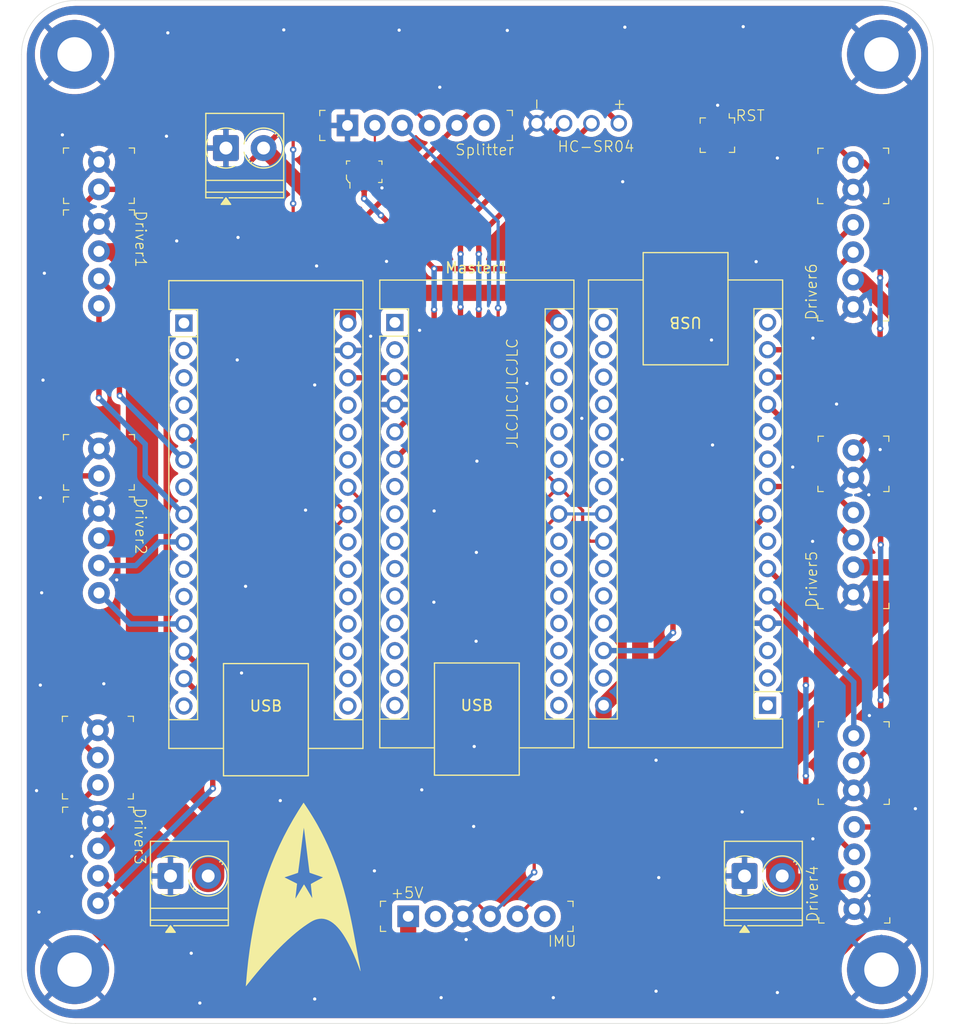
<source format=kicad_pcb>
(kicad_pcb (version 20241229) (generator "pcbnew") (generator_version "9.0")
  (title_block (title "Star Trekker Main Board") (date "2025-04-13") (rev "v1.0") (company "EPFL Xplore"))
  (layers (0 "F.Cu" signal) (2 "B.Cu" signal) (13 "F.Paste" user) (15 "B.Paste" user) (5 "F.SilkS" user "F.Silkscreen") (7 "B.SilkS" user "B.Silkscreen") (1 "F.Mask" user) (3 "B.Mask" user) (25 "Edge.Cuts" user))
  (net 0 "")
  (net 1 "SDA")
  (net 2 "+5V")
  (net 3 "reset")
  (net 4 "GND")
  (net 5 "SCL")
  (net 6 "n1D2")
  (net 7 "n2D2")
  (net 8 "+12V")
  (net 11 "Net-(U2-Y)")
  (net 13 "+12.1V")
  (net 14 "Net-(Slave2-D11)")
  (net 15 "Net-(Slave2-D10)")
  (net 16 "Net-(Slave2-D6)")
  (net 17 "Net-(Slave2-D9)")
  (net 18 "Net-(Slave2-D3)")
  (net 19 "Net-(Slave2-D5)")
  (net 23 "Net-(Master1-D2)")
  (net 24 "Net-(Master1-D3)")
  (net 49 "Net-(Slave1-D3)")
  (net 50 "Net-(Slave1-D5)")
  (net 51 "Net-(Slave1-D6)")
  (net 52 "Net-(Slave1-D9)")
  (net 53 "Net-(Slave1-D11)")
  (net 54 "Net-(Slave1-D10)")
  (footprint "digikey-footprints:my_6pin_2_frown" (layer "F.Cu") (at 148.72 118.345)
    (property "Reference" "J3" (hide yes))
    (property "Value" "BNO-055 Module")
    (pad "1" thru_hole rect (at -6.28 1.2) (size 2 2) (drill 1) (layers "*.Cu" "*.Mask") (net 2 "+5V"))
    (pad "2" thru_hole circle (at -3.74 1.2) (size 2 2) (drill 1) (layers "*.Cu" "*.Mask"))
    (pad "3" thru_hole circle (at -1.2 1.2) (size 2 2) (drill 1) (layers "*.Cu" "*.Mask") (net 4 "GND"))
    (pad "4" thru_hole circle (at 1.34 1.2) (size 2 2) (drill 1) (layers "*.Cu" "*.Mask") (net 1 "SDA"))
    (pad "5" thru_hole circle (at 3.88 1.2) (size 2 2) (drill 1) (layers "*.Cu" "*.Mask") (net 5 "SCL"))
    (pad "6" thru_hole circle (at 6.42 1.2) (size 2 2) (drill 1) (layers "*.Cu" "*.Mask"))
  )
  (footprint "digikey-footprints:PinHeader_1x4_P2.54mm_Drill1.02mm" (layer "F.Cu") (at 183.9 118.87 90)
    (property "Reference" "J15" (hide yes))
    (property "Value" "DRV8871 Driver")
    (pad "1" thru_hole circle (at 0 0 90) (size 2.02 2.02) (drill 1.02) (layers "*.Cu" "*.Mask") (net 4 "GND"))
    (pad "2" thru_hole circle (at 2.54 0 90) (size 2.02 2.02) (drill 1.02) (layers "*.Cu" "*.Mask") (net 8 "+12V"))
    (pad "3" thru_hole circle (at 5.08 0 90) (size 2.02 2.02) (drill 1.02) (layers "*.Cu" "*.Mask") (net 18 "Net-(Slave2-D3)"))
    (pad "4" thru_hole circle (at 7.62 0 90) (size 2.02 2.02) (drill 1.02) (layers "*.Cu" "*.Mask") (net 19 "Net-(Slave2-D5)"))
  )
  (footprint "digikey-footprints:PinHeader_1x2_P2.54mm_Drill1.02mm" (layer "F.Cu") (at 183.82 78.8 90)
    (property "Reference" "J19" (hide yes))
    (property "Value" "22-23-2021")
    (pad "1" thru_hole circle (at 0 0 90) (size 2.02 2.02) (drill 1.02) (layers "*.Cu" "*.Mask") (net 4 "GND"))
    (pad "2" thru_hole circle (at 2.54 0 90) (size 2.02 2.02) (drill 1.02) (layers "*.Cu" "*.Mask") (net 2 "+5V"))
  )
  (footprint "digikey-footprints:SOT-753" (layer "F.Cu") (at 138.35 50.4)
    (property "Reference" "U2" (hide yes))
    (property "Value" "SN74LVC1G04DBVR")
    (pad "1" smd rect (at -0.95 1.35) (size 0.6 1.05) (layers "F.Cu" "F.Mask" "F.Paste"))
    (pad "2" smd rect (at 0 1.35) (size 0.6 1.05) (layers "F.Cu" "F.Mask" "F.Paste") (net 3 "reset"))
    (pad "3" smd rect (at 0.95 1.35) (size 0.6 1.05) (layers "F.Cu" "F.Mask" "F.Paste") (net 4 "GND"))
    (pad "4" smd rect (at 0.95 -1.35) (size 0.6 1.05) (layers "F.Cu" "F.Mask" "F.Paste") (net 11 "Net-(U2-Y)"))
    (pad "5" smd rect (at -0.95 -1.35) (size 0.6 1.05) (layers "F.Cu" "F.Mask" "F.Paste") (net 2 "+5V"))
  )
  (footprint "digikey-footprints:PinHeader_1x2_P2.54mm_Drill1.02mm" (layer "F.Cu") (at 113.7 76.105 -90)
    (property "Reference" "J2" (hide yes))
    (property "Value" "22-23-2021")
    (pad "1" thru_hole circle (at 0 0 270) (size 2.02 2.02) (drill 1.02) (layers "*.Cu" "*.Mask") (net 4 "GND"))
    (pad "2" thru_hole circle (at 2.54 0 270) (size 2.02 2.02) (drill 1.02) (layers "*.Cu" "*.Mask") (net 2 "+5V"))
  )
  (footprint "TerminalBlock_Phoenix:TerminalBlock_Phoenix_PT-1,5-2-3.5-H_1x02_P3.50mm_Horizontal" (layer "F.Cu") (at 173.7 115.8)
    (property "Reference" "J11" (hide yes))
    (property "Value" "12V in")
    (pad "1" thru_hole roundrect (at 0 0) (size 2.4 2.4) (drill 1.2) (layers "*.Cu" "*.Mask") (roundrect_rratio 0.104167) (net 4 "GND"))
    (pad "2" thru_hole circle (at 3.5 0) (size 2.4 2.4) (drill 1.2) (layers "*.Cu" "*.Mask") (net 8 "+12V"))
  )
  (footprint "digikey-footprints:PinHeader_1x4_P2.54mm_Drill1.02mm" (layer "F.Cu") (at 183.82 89.67 90)
    (property "Reference" "J16" (hide yes))
    (property "Value" "DRV8871 Driver")
    (pad "1" thru_hole circle (at 0 0 90) (size 2.02 2.02) (drill 1.02) (layers "*.Cu" "*.Mask") (net 4 "GND"))
    (pad "2" thru_hole circle (at 2.54 0 90) (size 2.02 2.02) (drill 1.02) (layers "*.Cu" "*.Mask") (net 8 "+12V"))
    (pad "3" thru_hole circle (at 5.08 0 90) (size 2.02 2.02) (drill 1.02) (layers "*.Cu" "*.Mask") (net 16 "Net-(Slave2-D6)"))
    (pad "4" thru_hole circle (at 7.62 0 90) (size 2.02 2.02) (drill 1.02) (layers "*.Cu" "*.Mask") (net 17 "Net-(Slave2-D9)"))
  )
  (footprint "digikey-footprints:PinHeader_1x2_P2.54mm_Drill1.02mm" (layer "F.Cu") (at 113.7 49.495 -90)
    (property "Reference" "J10" (hide yes))
    (property "Value" "22-23-2021")
    (pad "1" thru_hole circle (at 0 0 270) (size 2.02 2.02) (drill 1.02) (layers "*.Cu" "*.Mask") (net 4 "GND"))
    (pad "2" thru_hole circle (at 2.54 0 270) (size 2.02 2.02) (drill 1.02) (layers "*.Cu" "*.Mask") (net 2 "+5V"))
  )
  (footprint "digikey-footprints:PinHeader_1x4_P2.54mm_Drill1.02mm" (layer "F.Cu") (at 183.8 62.955 90)
    (property "Reference" "J17" (hide yes))
    (property "Value" "DRV8871 Driver")
    (pad "1" thru_hole circle (at 0 0 90) (size 2.02 2.02) (drill 1.02) (layers "*.Cu" "*.Mask") (net 4 "GND"))
    (pad "2" thru_hole circle (at 2.54 0 90) (size 2.02 2.02) (drill 1.02) (layers "*.Cu" "*.Mask") (net 8 "+12V"))
    (pad "3" thru_hole circle (at 5.08 0 90) (size 2.02 2.02) (drill 1.02) (layers "*.Cu" "*.Mask") (net 15 "Net-(Slave2-D10)"))
    (pad "4" thru_hole circle (at 7.62 0 90) (size 2.02 2.02) (drill 1.02) (layers "*.Cu" "*.Mask") (net 14 "Net-(Slave2-D11)"))
  )
  (footprint "MountingHole:MountingHole_3.2mm_M3_Pad" (layer "F.Cu") (at 186.42325 124.5)
    (property "Reference" "H2" (hide yes))
    (property "Value" "MountingHole_Pad")
    (pad "1" thru_hole circle (at 0 0) (size 6.4 6.4) (drill 3.2) (layers "*.Cu" "*.Mask") (net 4 "GND"))
  )
  (footprint "digikey-footprints:PinHeader_1x4_P2.54mm_Drill1.02mm" (layer "F.Cu") (at 113.62 110.71 -90)
    (property "Reference" "J14" (hide yes))
    (property "Value" "DRV8871 Driver")
    (pad "1" thru_hole circle (at 0 0 270) (size 2.02 2.02) (drill 1.02) (layers "*.Cu" "*.Mask") (net 4 "GND"))
    (pad "2" thru_hole circle (at 2.54 0 270) (size 2.02 2.02) (drill 1.02) (layers "*.Cu" "*.Mask") (net 13 "+12.1V"))
    (pad "3" thru_hole circle (at 5.08 0 270) (size 2.02 2.02) (drill 1.02) (layers "*.Cu" "*.Mask") (net 54 "Net-(Slave1-D10)"))
    (pad "4" thru_hole circle (at 7.62 0 270) (size 2.02 2.02) (drill 1.02) (layers "*.Cu" "*.Mask") (net 53 "Net-(Slave1-D11)"))
  )
  (footprint "digikey-footprints:PinHeader_1x2_P2.54mm_Drill1.02mm" (layer "F.Cu") (at 183.8 52.06 90)
    (property "Reference" "J20" (hide yes))
    (property "Value" "22-23-2021")
    (pad "1" thru_hole circle (at 0 0 90) (size 2.02 2.02) (drill 1.02) (layers "*.Cu" "*.Mask") (net 4 "GND"))
    (pad "2" thru_hole circle (at 2.54 0 90) (size 2.02 2.02) (drill 1.02) (layers "*.Cu" "*.Mask") (net 2 "+5V"))
  )
  (footprint "TerminalBlock_Phoenix:TerminalBlock_Phoenix_PT-1,5-2-3.5-H_1x02_P3.50mm_Horizontal" (layer "F.Cu") (at 120.35 115.8)
    (property "Reference" "J1" (hide yes))
    (property "Value" "12.1V in")
    (pad "1" thru_hole roundrect (at 0 0) (size 2.4 2.4) (drill 1.2) (layers "*.Cu" "*.Mask") (roundrect_rratio 0.104167) (net 4 "GND"))
    (pad "2" thru_hole circle (at 3.5 0) (size 2.4 2.4) (drill 1.2) (layers "*.Cu" "*.Mask") (net 13 "+12.1V"))
  )
  (footprint "Library:star_trekker_logo" (layer "F.Cu") (at 132.65 117.55)
    (property "Reference" "G***" (hide yes))
    (property "Value" "LOGO" (hide yes))
  )
  (footprint "Library:PinHeader_1x3_P2.54mm_Drill1.02mm_1" (layer "F.Cu") (at 183.85 107.85 90)
    (property "Reference" "J22" (hide yes))
    (property "Value" "5pin_2.54mm")
    (pad "1" thru_hole circle (at 0 0 90) (size 2.02 2.02) (drill 1.02) (layers "*.Cu" "*.Mask") (net 4 "GND"))
    (pad "2" thru_hole circle (at 2.54 0 90) (size 2.02 2.02) (drill 1.02) (layers "*.Cu" "*.Mask") (net 2 "+5V"))
    (pad "3" thru_hole circle (at 5.08 0 90) (size 2.02 2.02) (drill 1.02) (layers "*.Cu" "*.Mask") (net 7 "n2D2"))
  )
  (footprint "digikey-footprints:Switch_Tactile_SMD_B3U-1000P" (layer "F.Cu") (at 171.175 47 -90)
    (property "Reference" "S1" (hide yes))
    (property "Value" "B3U-1000P")
    (pad "1" smd rect (at -1.7 0 270) (size 0.8 1.7) (layers "F.Cu" "F.Mask" "F.Paste") (net 4 "GND"))
    (pad "2" smd rect (at 1.7 0 270) (size 0.8 1.7) (layers "F.Cu" "F.Mask" "F.Paste") (net 3 "reset"))
  )
  (footprint "TerminalBlock_Phoenix:TerminalBlock_Phoenix_PT-1,5-2-3.5-H_1x02_P3.50mm_Horizontal" (layer "F.Cu") (at 125.5 48.2)
    (property "Reference" "J18" (hide yes))
    (property "Value" "5V in")
    (pad "1" thru_hole roundrect (at 0 0) (size 2.4 2.4) (drill 1.2) (layers "*.Cu" "*.Mask") (roundrect_rratio 0.104167) (net 4 "GND"))
    (pad "2" thru_hole circle (at 3.5 0) (size 2.4 2.4) (drill 1.2) (layers "*.Cu" "*.Mask") (net 2 "+5V"))
  )
  (footprint "digikey-footprints:PinHeader_1x4_P2.54mm_Drill1.02mm" (layer "F.Cu") (at 113.7 55.245 -90)
    (property "Reference" "J12" (hide yes))
    (property "Value" "DRV8871 Driver")
    (pad "1" thru_hole circle (at 0 0 270) (size 2.02 2.02) (drill 1.02) (layers "*.Cu" "*.Mask") (net 4 "GND"))
    (pad "2" thru_hole circle (at 2.54 0 270) (size 2.02 2.02) (drill 1.02) (layers "*.Cu" "*.Mask") (net 13 "+12.1V"))
    (pad "3" thru_hole circle (at 5.08 0 270) (size 2.02 2.02) (drill 1.02) (layers "*.Cu" "*.Mask") (net 49 "Net-(Slave1-D3)"))
    (pad "4" thru_hole circle (at 7.62 0 270) (size 2.02 2.02) (drill 1.02) (layers "*.Cu" "*.Mask") (net 50 "Net-(Slave1-D5)"))
  )
  (footprint "Library:HC_SR-04_only_pins" (layer "F.Cu") (at 158.2 45.9 180)
    (property "Reference" "U1" (hide yes))
    (property "Value" "HC-SR04" (hide yes))
    (pad "1" thru_hole circle (at -3.81 0 180) (size 1.53 1.53) (drill 1.02) (layers "*.Cu" "*.Mask") (net 2 "+5V"))
    (pad "2" thru_hole circle (at -1.27 0 180) (size 1.53 1.53) (drill 1.02) (layers "*.Cu" "*.Mask") (net 24 "Net-(Master1-D3)"))
    (pad "3" thru_hole circle (at 1.27 0 180) (size 1.53 1.53) (drill 1.02) (layers "*.Cu" "*.Mask") (net 23 "Net-(Master1-D2)"))
    (pad "4" thru_hole circle (at 3.81 0 180) (size 1.53 1.53) (drill 1.02) (layers "*.Cu" "*.Mask") (net 4 "GND"))
  )
  (footprint "digikey-footprints:my_6pin_2_frown" (layer "F.Cu") (at 143.08 44.9)
    (property "Reference" "J5" (hide yes))
    (property "Value" "PWM splitter (PCA9685)")
    (pad "1" thru_hole rect (at -6.28 1.2) (size 2 2) (drill 1) (layers "*.Cu" "*.Mask") (net 4 "GND"))
    (pad "2" thru_hole circle (at -3.74 1.2) (size 2 2) (drill 1) (layers "*.Cu" "*.Mask") (net 11 "Net-(U2-Y)"))
    (pad "3" thru_hole circle (at -1.2 1.2) (size 2 2) (drill 1) (layers "*.Cu" "*.Mask") (net 5 "SCL"))
    (pad "4" thru_hole circle (at 1.34 1.2) (size 2 2) (drill 1) (layers "*.Cu" "*.Mask") (net 1 "SDA"))
    (pad "5" thru_hole circle (at 3.88 1.2) (size 2 2) (drill 1) (layers "*.Cu" "*.Mask") (net 2 "+5V"))
    (pad "6" thru_hole circle (at 6.42 1.2) (size 2 2) (drill 1) (layers "*.Cu" "*.Mask"))
  )
  (footprint "MountingHole:MountingHole_3.2mm_M3_Pad" (layer "F.Cu") (at 111.43675 124.5)
    (property "Reference" "H1" (hide yes))
    (property "Value" "MountingHole_Pad")
    (pad "1" thru_hole circle (at 0 0) (size 6.4 6.4) (drill 3.2) (layers "*.Cu" "*.Mask") (net 4 "GND"))
  )
  (footprint "Module:Arduino_Nano" (layer "F.Cu") (at 175.84 99.95 180)
    (property "Reference" "Slave2" (hide yes))
    (property "Value" "Arduino_Nano_v3.x")
    (fp_text user "USB" (at 7.62 35.56 180) (layer "F.SilkS"))
    (pad "1" thru_hole rect (at 0 0 180) (size 1.6 1.6) (drill 1) (layers "*.Cu" "*.Mask"))
    (pad "2" thru_hole oval (at 0 2.54 180) (size 1.6 1.6) (drill 1) (layers "*.Cu" "*.Mask"))
    (pad "3" thru_hole oval (at 0 5.08 180) (size 1.6 1.6) (drill 1) (layers "*.Cu" "*.Mask"))
    (pad "4" thru_hole oval (at 0 7.62 180) (size 1.6 1.6) (drill 1) (layers "*.Cu" "*.Mask") (net 4 "GND"))
    (pad "5" thru_hole oval (at 0 10.16 180) (size 1.6 1.6) (drill 1) (layers "*.Cu" "*.Mask") (net 7 "n2D2"))
    (pad "6" thru_hole oval (at 0 12.7 180) (size 1.6 1.6) (drill 1) (layers "*.Cu" "*.Mask") (net 18 "Net-(Slave2-D3)"))
    (pad "7" thru_hole oval (at 0 15.24 180) (size 1.6 1.6) (drill 1) (layers "*.Cu" "*.Mask"))
    (pad "8" thru_hole oval (at 0 17.78 180) (size 1.6 1.6) (drill 1) (layers "*.Cu" "*.Mask") (net 19 "Net-(Slave2-D5)"))
    (pad "9" thru_hole oval (at 0 20.32 180) (size 1.6 1.6) (drill 1) (layers "*.Cu" "*.Mask") (net 16 "Net-(Slave2-D6)"))
    (pad "10" thru_hole oval (at 0 22.86 180) (size 1.6 1.6) (drill 1) (layers "*.Cu" "*.Mask"))
    (pad "11" thru_hole oval (at 0 25.4 180) (size 1.6 1.6) (drill 1) (layers "*.Cu" "*.Mask"))
    (pad "12" thru_hole oval (at 0 27.94 180) (size 1.6 1.6) (drill 1) (layers "*.Cu" "*.Mask") (net 17 "Net-(Slave2-D9)"))
    (pad "13" thru_hole oval (at 0 30.48 180) (size 1.6 1.6) (drill 1) (layers "*.Cu" "*.Mask") (net 15 "Net-(Slave2-D10)"))
    (pad "14" thru_hole oval (at 0 33.02 180) (size 1.6 1.6) (drill 1) (layers "*.Cu" "*.Mask") (net 14 "Net-(Slave2-D11)"))
    (pad "15" thru_hole oval (at 0 35.56 180) (size 1.6 1.6) (drill 1) (layers "*.Cu" "*.Mask"))
    (pad "16" thru_hole oval (at 15.24 35.56 180) (size 1.6 1.6) (drill 1) (layers "*.Cu" "*.Mask"))
    (pad "17" thru_hole oval (at 15.24 33.02 180) (size 1.6 1.6) (drill 1) (layers "*.Cu" "*.Mask"))
    (pad "18" thru_hole oval (at 15.24 30.48 180) (size 1.6 1.6) (drill 1) (layers "*.Cu" "*.Mask"))
    (pad "19" thru_hole oval (at 15.24 27.94 180) (size 1.6 1.6) (drill 1) (layers "*.Cu" "*.Mask"))
    (pad "20" thru_hole oval (at 15.24 25.4 180) (size 1.6 1.6) (drill 1) (layers "*.Cu" "*.Mask"))
    (pad "21" thru_hole oval (at 15.24 22.86 180) (size 1.6 1.6) (drill 1) (layers "*.Cu" "*.Mask"))
    (pad "22" thru_hole oval (at 15.24 20.32 180) (size 1.6 1.6) (drill 1) (layers "*.Cu" "*.Mask"))
    (pad "23" thru_hole oval (at 15.24 17.78 180) (size 1.6 1.6) (drill 1) (layers "*.Cu" "*.Mask") (net 1 "SDA"))
    (pad "24" thru_hole oval (at 15.24 15.24 180) (size 1.6 1.6) (drill 1) (layers "*.Cu" "*.Mask") (net 5 "SCL"))
    (pad "25" thru_hole oval (at 15.24 12.7 180) (size 1.6 1.6) (drill 1) (layers "*.Cu" "*.Mask"))
    (pad "26" thru_hole oval (at 15.24 10.16 180) (size 1.6 1.6) (drill 1) (layers "*.Cu" "*.Mask"))
    (pad "27" thru_hole oval (at 15.24 7.62 180) (size 1.6 1.6) (drill 1) (layers "*.Cu" "*.Mask"))
    (pad "28" thru_hole oval (at 15.24 5.08 180) (size 1.6 1.6) (drill 1) (layers "*.Cu" "*.Mask") (net 3 "reset"))
    (pad "29" thru_hole oval (at 15.24 2.54 180) (size 1.6 1.6) (drill 1) (layers "*.Cu" "*.Mask"))
    (pad "30" thru_hole oval (at 15.24 0 180) (size 1.6 1.6) (drill 1) (layers "*.Cu" "*.Mask") (net 2 "+5V"))
  )
  (footprint "MountingHole:MountingHole_3.2mm_M3_Pad" (layer "F.Cu") (at 186.42325 39.5)
    (property "Reference" "H4" (hide yes))
    (property "Value" "MountingHole_Pad")
    (pad "1" thru_hole circle (at 0 0) (size 6.4 6.4) (drill 3.2) (layers "*.Cu" "*.Mask") (net 4 "GND"))
  )
  (footprint "Module:Arduino_Nano" (layer "F.Cu") (at 141.2 64.4)
    (property "Reference" "Master1" (at 7.62 -5.08 0) (layer "F.SilkS"))
    (property "Value" "Arduino_Nano_v3.x")
    (fp_text user "USB" (at 7.62 35.56 0) (layer "F.SilkS"))
    (pad "1" thru_hole rect (at 0 0) (size 1.6 1.6) (drill 1) (layers "*.Cu" "*.Mask"))
    (pad "2" thru_hole oval (at 0 2.54) (size 1.6 1.6) (drill 1) (layers "*.Cu" "*.Mask"))
    (pad "3" thru_hole oval (at 0 5.08) (size 1.6 1.6) (drill 1) (layers "*.Cu" "*.Mask") (net 3 "reset"))
    (pad "4" thru_hole oval (at 0 7.62) (size 1.6 1.6) (drill 1) (layers "*.Cu" "*.Mask") (net 4 "GND"))
    (pad "5" thru_hole oval (at 0 10.16) (size 1.6 1.6) (drill 1) (layers "*.Cu" "*.Mask") (net 23 "Net-(Master1-D2)"))
    (pad "6" thru_hole oval (at 0 12.7) (size 1.6 1.6) (drill 1) (layers "*.Cu" "*.Mask") (net 24 "Net-(Master1-D3)"))
    (pad "7" thru_hole oval (at 0 15.24) (size 1.6 1.6) (drill 1) (layers "*.Cu" "*.Mask"))
    (pad "8" thru_hole oval (at 0 17.78) (size 1.6 1.6) (drill 1) (layers "*.Cu" "*.Mask"))
    (pad "9" thru_hole oval (at 0 20.32) (size 1.6 1.6) (drill 1) (layers "*.Cu" "*.Mask"))
    (pad "10" thru_hole oval (at 0 22.86) (size 1.6 1.6) (drill 1) (layers "*.Cu" "*.Mask"))
    (pad "11" thru_hole oval (at 0 25.4) (size 1.6 1.6) (drill 1) (layers "*.Cu" "*.Mask"))
    (pad "12" thru_hole oval (at 0 27.94) (size 1.6 1.6) (drill 1) (layers "*.Cu" "*.Mask"))
    (pad "13" thru_hole oval (at 0 30.48) (size 1.6 1.6) (drill 1) (layers "*.Cu" "*.Mask"))
    (pad "14" thru_hole oval (at 0 33.02) (size 1.6 1.6) (drill 1) (layers "*.Cu" "*.Mask"))
    (pad "15" thru_hole oval (at 0 35.56) (size 1.6 1.6) (drill 1) (layers "*.Cu" "*.Mask"))
    (pad "16" thru_hole oval (at 15.24 35.56) (size 1.6 1.6) (drill 1) (layers "*.Cu" "*.Mask"))
    (pad "17" thru_hole oval (at 15.24 33.02) (size 1.6 1.6) (drill 1) (layers "*.Cu" "*.Mask"))
    (pad "18" thru_hole oval (at 15.24 30.48) (size 1.6 1.6) (drill 1) (layers "*.Cu" "*.Mask"))
    (pad "19" thru_hole oval (at 15.24 27.94) (size 1.6 1.6) (drill 1) (layers "*.Cu" "*.Mask"))
    (pad "20" thru_hole oval (at 15.24 25.4) (size 1.6 1.6) (drill 1) (layers "*.Cu" "*.Mask"))
    (pad "21" thru_hole oval (at 15.24 22.86) (size 1.6 1.6) (drill 1) (layers "*.Cu" "*.Mask"))
    (pad "22" thru_hole oval (at 15.24 20.32) (size 1.6 1.6) (drill 1) (layers "*.Cu" "*.Mask"))
    (pad "23" thru_hole oval (at 15.24 17.78) (size 1.6 1.6) (drill 1) (layers "*.Cu" "*.Mask") (net 1 "SDA"))
    (pad "24" thru_hole oval (at 15.24 15.24) (size 1.6 1.6) (drill 1) (layers "*.Cu" "*.Mask") (net 5 "SCL"))
    (pad "25" thru_hole oval (at 15.24 12.7) (size 1.6 1.6) (drill 1) (layers "*.Cu" "*.Mask"))
    (pad "26" thru_hole oval (at 15.24 10.16) (size 1.6 1.6) (drill 1) (layers "*.Cu" "*.Mask"))
    (pad "27" thru_hole oval (at 15.24 7.62) (size 1.6 1.6) (drill 1) (layers "*.Cu" "*.Mask"))
    (pad "28" thru_hole oval (at 15.24 5.08) (size 1.6 1.6) (drill 1) (layers "*.Cu" "*.Mask"))
    (pad "29" thru_hole oval (at 15.24 2.54) (size 1.6 1.6) (drill 1) (layers "*.Cu" "*.Mask"))
    (pad "30" thru_hole oval (at 15.24 0) (size 1.6 1.6) (drill 1) (layers "*.Cu" "*.Mask") (net 2 "+5V"))
  )
  (footprint "Module:Arduino_Nano" (layer "F.Cu") (at 121.595 64.455)
    (property "Reference" "Slave1" (hide yes))
    (property "Value" "Arduino_Nano_v3.x")
    (fp_text user "USB" (at 7.62 35.56 0) (layer "F.SilkS"))
    (pad "1" thru_hole rect (at 0 0) (size 1.6 1.6) (drill 1) (layers "*.Cu" "*.Mask"))
    (pad "2" thru_hole oval (at 0 2.54) (size 1.6 1.6) (drill 1) (layers "*.Cu" "*.Mask"))
    (pad "3" thru_hole oval (at 0 5.08) (size 1.6 1.6) (drill 1) (layers "*.Cu" "*.Mask"))
    (pad "4" thru_hole oval (at 0 7.62) (size 1.6 1.6) (drill 1) (layers "*.Cu" "*.Mask"))
    (pad "5" thru_hole oval (at 0 10.16) (size 1.6 1.6) (drill 1) (layers "*.Cu" "*.Mask") (net 6 "n1D2"))
    (pad "6" thru_hole oval (at 0 12.7) (size 1.6 1.6) (drill 1) (layers "*.Cu" "*.Mask") (net 49 "Net-(Slave1-D3)"))
    (pad "7" thru_hole oval (at 0 15.24) (size 1.6 1.6) (drill 1) (layers "*.Cu" "*.Mask"))
    (pad "8" thru_hole oval (at 0 17.78) (size 1.6 1.6) (drill 1) (layers "*.Cu" "*.Mask") (net 50 "Net-(Slave1-D5)"))
    (pad "9" thru_hole oval (at 0 20.32) (size 1.6 1.6) (drill 1) (layers "*.Cu" "*.Mask") (net 51 "Net-(Slave1-D6)"))
    (pad "10" thru_hole oval (at 0 22.86) (size 1.6 1.6) (drill 1) (layers "*.Cu" "*.Mask"))
    (pad "11" thru_hole oval (at 0 25.4) (size 1.6 1.6) (drill 1) (layers "*.Cu" "*.Mask"))
    (pad "12" thru_hole oval (at 0 27.94) (size 1.6 1.6) (drill 1) (layers "*.Cu" "*.Mask") (net 52 "Net-(Slave1-D9)"))
    (pad "13" thru_hole oval (at 0 30.48) (size 1.6 1.6) (drill 1) (layers "*.Cu" "*.Mask") (net 54 "Net-(Slave1-D10)"))
    (pad "14" thru_hole oval (at 0 33.02) (size 1.6 1.6) (drill 1) (layers "*.Cu" "*.Mask") (net 53 "Net-(Slave1-D11)"))
    (pad "15" thru_hole oval (at 0 35.56) (size 1.6 1.6) (drill 1) (layers "*.Cu" "*.Mask"))
    (pad "16" thru_hole oval (at 15.24 35.56) (size 1.6 1.6) (drill 1) (layers "*.Cu" "*.Mask"))
    (pad "17" thru_hole oval (at 15.24 33.02) (size 1.6 1.6) (drill 1) (layers "*.Cu" "*.Mask"))
    (pad "18" thru_hole oval (at 15.24 30.48) (size 1.6 1.6) (drill 1) (layers "*.Cu" "*.Mask"))
    (pad "19" thru_hole oval (at 15.24 27.94) (size 1.6 1.6) (drill 1) (layers "*.Cu" "*.Mask"))
    (pad "20" thru_hole oval (at 15.24 25.4) (size 1.6 1.6) (drill 1) (layers "*.Cu" "*.Mask"))
    (pad "21" thru_hole oval (at 15.24 22.86) (size 1.6 1.6) (drill 1) (layers "*.Cu" "*.Mask"))
    (pad "22" thru_hole oval (at 15.24 20.32) (size 1.6 1.6) (drill 1) (layers "*.Cu" "*.Mask"))
    (pad "23" thru_hole oval (at 15.24 17.78) (size 1.6 1.6) (drill 1) (layers "*.Cu" "*.Mask") (net 1 "SDA"))
    (pad "24" thru_hole oval (at 15.24 15.24) (size 1.6 1.6) (drill 1) (layers "*.Cu" "*.Mask") (net 5 "SCL"))
    (pad "25" thru_hole oval (at 15.24 12.7) (size 1.6 1.6) (drill 1) (layers "*.Cu" "*.Mask"))
    (pad "26" thru_hole oval (at 15.24 10.16) (size 1.6 1.6) (drill 1) (layers "*.Cu" "*.Mask"))
    (pad "27" thru_hole oval (at 15.24 7.62) (size 1.6 1.6) (drill 1) (layers "*.Cu" "*.Mask"))
    (pad "28" thru_hole oval (at 15.24 5.08) (size 1.6 1.6) (drill 1) (layers "*.Cu" "*.Mask") (net 3 "reset"))
    (pad "29" thru_hole oval (at 15.24 2.54) (size 1.6 1.6) (drill 1) (layers "*.Cu" "*.Mask") (net 4 "GND"))
    (pad "30" thru_hole oval (at 15.24 0) (size 1.6 1.6) (drill 1) (layers "*.Cu" "*.Mask") (net 2 "+5V"))
  )
  (footprint "digikey-footprints:PinHeader_1x4_P2.54mm_Drill1.02mm" (layer "F.Cu") (at 113.7 81.895 -90)
    (property "Reference" "J13" (hide yes))
    (property "Value" "DRV8871 Driver")
    (pad "1" thru_hole circle (at 0 0 270) (size 2.02 2.02) (drill 1.02) (layers "*.Cu" "*.Mask") (net 4 "GND"))
    (pad "2" thru_hole circle (at 2.54 0 270) (size 2.02 2.02) (drill 1.02) (layers "*.Cu" "*.Mask") (net 13 "+12.1V"))
    (pad "3" thru_hole circle (at 5.08 0 270) (size 2.02 2.02) (drill 1.02) (layers "*.Cu" "*.Mask") (net 51 "Net-(Slave1-D6)"))
    (pad "4" thru_hole circle (at 7.62 0 270) (size 2.02 2.02) (drill 1.02) (layers "*.Cu" "*.Mask") (net 52 "Net-(Slave1-D9)"))
  )
  (footprint "Library:PinHeader_1x3_P2.54mm_Drill1.02mm_1" (layer "F.Cu") (at 113.6 102.27 -90)
    (property "Reference" "J21" (hide yes))
    (property "Value" "5pin_2.54mm")
    (pad "1" thru_hole circle (at 0 0 270) (size 2.02 2.02) (drill 1.02) (layers "*.Cu" "*.Mask") (net 4 "GND"))
    (pad "2" thru_hole circle (at 2.54 0 270) (size 2.02 2.02) (drill 1.02) (layers "*.Cu" "*.Mask") (net 2 "+5V"))
    (pad "3" thru_hole circle (at 5.08 0 270) (size 2.02 2.02) (drill 1.02) (layers "*.Cu" "*.Mask") (net 6 "n1D2"))
  )
  (footprint "MountingHole:MountingHole_3.2mm_M3_Pad" (layer "F.Cu") (at 111.43675 39.5)
    (property "Reference" "H3" (hide yes))
    (property "Value" "MountingHole_Pad")
    (pad "1" thru_hole circle (at 0 0) (size 6.4 6.4) (drill 3.2) (layers "*.Cu" "*.Mask") (net 4 "GND"))
  )
  (gr_arc (start 106.5 39.5) (mid 107.964466 35.964466) (end 111.5 34.5) (stroke (width 0.05)) (layer "Edge.Cuts"))
  (gr_line (start 111.5 34.5) (end 186.5 34.5) (stroke (width 0.05)) (layer "Edge.Cuts"))
  (gr_arc (start 111.5 129.5) (mid 107.964466 128.035534) (end 106.5 124.5) (stroke (width 0.05)) (layer "Edge.Cuts"))
  (gr_arc (start 186.5 34.5) (mid 189.858757 35.891243) (end 191.25 39.25) (stroke (width 0.05)) (layer "Edge.Cuts"))
  (gr_line (start 106.5 39.5) (end 106.5 124.5) (stroke (width 0.05)) (layer "Edge.Cuts"))
  (gr_line (start 186.5 129.5) (end 111.5 129.5) (stroke (width 0.05)) (layer "Edge.Cuts"))
  (gr_arc (start 191.25 124.75) (mid 189.858757 128.108757) (end 186.5 129.5) (stroke (width 0.05)) (layer "Edge.Cuts"))
  (gr_line (start 191.25 39.25) (end 191.25 124.75) (stroke (width 0.05)) (layer "Edge.Cuts"))
  (gr_text "JLCJLCJLCJLC" (at 152.7 76.2 90) (layer "F.SilkS") (effects (font (size 1 1) (thickness 0.1)) (justify left bottom)))
  (gr_text "HC-SR04" (at 156.25 48.65 0) (layer "F.SilkS") (effects (font (size 1 1) (thickness 0.1)) (justify left bottom)))
  (gr_text "Driver3" (at 116.92 109.41 270) (layer "F.SilkS") (effects (font (size 1 1) (thickness 0.1)) (justify left bottom)))
  (gr_text "RST" (at 172.8 45.775 0) (layer "F.SilkS") (effects (font (size 1 1) (thickness 0.1)) (justify left bottom)))
  (gr_text "Driver6" (at 180.5 64.255 90) (layer "F.SilkS") (effects (font (size 1 1) (thickness 0.1)) (justify left bottom)))
  (gr_text "+" (at 161.4 44.65 0) (layer "F.SilkS") (effects (font (size 1 1) (thickness 0.1)) (justify left bottom)))
  (gr_text "Driver2" (at 117 80.595 270) (layer "F.SilkS") (effects (font (size 1 1) (thickness 0.1)) (justify left bottom)))
  (gr_text "Splitter" (at 146.75 48.95 0) (layer "F.SilkS") (effects (font (size 1 1) (thickness 0.1)) (justify left bottom)))
  (gr_text "Driver1" (at 117 53.945 270) (layer "F.SilkS") (effects (font (size 1 1) (thickness 0.1)) (justify left bottom)))
  (gr_text "+5V" (at 140.75 117.95 0) (layer "F.SilkS") (effects (font (size 1 1) (thickness 0.1)) (justify left bottom)))
  (gr_text "-" (at 154.9 44.8 90) (layer "F.SilkS") (effects (font (size 1 1) (thickness 0.1)) (justify left bottom)))
  (gr_text "Driver5" (at 180.52 90.97 90) (layer "F.SilkS") (effects (font (size 1 1) (thickness 0.1)) (justify left bottom)))
  (gr_text "IMU" (at 155.35 122.45 0) (layer "F.SilkS") (effects (font (size 1 1) (thickness 0.1)) (justify left bottom)))
  (gr_text "Driver4" (at 180.6 120.17 90) (layer "F.SilkS") (effects (font (size 1 1) (thickness 0.1)) (justify left bottom)))
  (segment (start 136.835 82.235) (end 133.875 85.195) (width 0.3) (layer "F.Cu") (net 1))
  (segment (start 137.05 43.3) (end 135.9 43.3) (width 0.3) (layer "F.Cu") (net 1))
  (segment (start 131.75 53.35) (end 131.75 77.15) (width 0.3) (layer "F.Cu") (net 1))
  (segment (start 137.05 43.3) (end 141.62 43.3) (width 0.3) (layer "F.Cu") (net 1))
  (segment (start 133.875 85.195) (end 133.875 103.36) (width 0.3) (layer "F.Cu") (net 1))
  (segment (start 141.62 43.3) (end 144.42 46.1) (width 0.3) (layer "F.Cu") (net 1))
  (segment (start 135.9 43.3) (end 131.75 47.45) (width 0.3) (layer "F.Cu") (net 1))
  (segment (start 131.75 77.15) (end 136.835 82.235) (width 0.3) (layer "F.Cu") (net 1))
  (segment (start 154.15 115.45) (end 154.15 84.47) (width 0.3) (layer "F.Cu") (net 1))
  (segment (start 131.75 47.45) (end 131.75 48.35) (width 0.3) (layer "F.Cu") (net 1))
  (segment (start 154.15 84.47) (end 156.44 82.18) (width 0.3) (layer "F.Cu") (net 1))
  (segment (start 133.875 103.36) (end 150.06 119.545) (width 0.3) (layer "F.Cu") (net 1))
  (segment (start 156.45 82.17) (end 156.44 82.18) (width 1.5) (layer "F.Cu") (net 1))
  (segment (start 160.59 82.18) (end 160.6 82.17) (width 0.3) (layer "F.Cu") (net 1))
  (via (at 131.75 48.35) (size 0.6) (drill 0.3) (layers "F.Cu" "B.Cu") (net 1))
  (via (at 154.15 115.45) (size 0.6) (drill 0.3) (layers "F.Cu" "B.Cu") (net 1))
  (via (at 131.75 53.35) (size 0.6) (drill 0.3) (layers "F.Cu" "B.Cu") (net 1))
  (segment (start 156.44 82.18) (end 160.59 82.18) (width 0.3) (layer "B.Cu") (net 1))
  (segment (start 131.75 48.35) (end 131.75 53.35) (width 0.3) (layer "B.Cu") (net 1))
  (segment (start 154.15 115.455) (end 150.06 119.545) (width 0.3) (layer "B.Cu") (net 1))
  (segment (start 154.15 115.45) (end 154.15 115.455) (width 0.3) (layer "B.Cu") (net 1))
  (segment (start 160.59 82.18) (end 160.6 82.17) (width 0.3) (layer "B.Cu") (net 1))
  (segment (start 111.334 78.645) (end 111.139 78.45) (width 0.5) (layer "F.Cu") (net 2))
  (segment (start 146.96 46.1) (end 149.16 43.9) (width 0.5) (layer "F.Cu") (net 2))
  (segment (start 144.995 124.6) (end 155.45 124.6) (width 1.5) (layer "F.Cu") (net 2))
  (segment (start 133.075 52.275) (end 129 48.2) (width 1.5) (layer "F.Cu") (net 2))
  (segment (start 137.025 56.035) (end 136.835 56.035) (width 0.5) (layer "F.Cu") (net 2))
  (segment (start 136.835 61.65) (end 136.835 56.035) (width 1.5) (layer "F.Cu") (net 2))
  (segment (start 186.35 78.79) (end 183.82 76.26) (width 0.5) (layer "F.Cu") (net 2))
  (segment (start 186.311 51.031) (end 186.311 60.239) (width 0.5) (layer "F.Cu") (net 2))
  (segment (start 111.139 102.349) (end 111.139 101.05) (width 0.5) (layer "F.Cu") (net 2))
  (segment (start 142.44 122.045) (end 144.995 124.6) (width 1.5) (layer "F.Cu") (net 2))
  (segment (start 113.6 104.81) (end 111.139 102.349) (width 0.5) (layer "F.Cu") (net 2))
  (segment (start 136.835 61.65) (end 153.69 61.65) (width 1.5) (layer "F.Cu") (net 2))
  (segment (start 164 96.55) (end 160.6 99.95) (width 1.5) (layer "F.Cu") (net 2))
  (segment (start 186.3 64.95) (end 186.3 73.78) (width 0.5) (layer "F.Cu") (net 2))
  (segment (start 164 63.75) (end 164 96.55) (width 1.5) (layer "F.Cu") (net 2))
  (segment (start 183.85 105.31) (end 186.35 102.81) (width 0.5) (layer "F.Cu") (net 2))
  (segment (start 137.4 39.8) (end 174.08 39.8) (width 0.5) (layer "F.Cu") (net 2))
  (segment (start 184.8 49.52) (end 186.311 51.031) (width 0.5) (layer "F.Cu") (net 2))
  (segment (start 186.3 73.78) (end 183.82 76.26) (width 0.5) (layer "F.Cu") (net 2))
  (segment (start 129 48.2) (end 137.4 39.8) (width 0.5) (layer "F.Cu") (net 2))
  (segment (start 183.8 49.52) (end 184.8 49.52) (width 0.5) (layer "F.Cu") (net 2))
  (segment (start 113.7 78.645) (end 111.334 78.645) (width 0.5) (layer "F.Cu") (net 2))
  (segment (start 111.139 78.45) (end 111.139 54.596) (width 0.5) (layer "F.Cu") (net 2))
  (segment (start 186.35 102.81) (end 186.35 99.45) (width 0.5) (layer "F.Cu") (net 2))
  (segment (start 155.45 124.6) (end 160.6 119.45) (width 1.5) (layer "F.Cu") (net 2))
  (segment (start 125.165 52.035) (end 129 48.2) (width 0.5) (layer "F.Cu") (net 2))
  (segment (start 161.9 61.65) (end 164 63.75) (width 1.5) (layer "F.Cu") (net 2))
  (segment (start 186.311 60.239) (end 186.3 60.25) (width 0.5) (layer "F.Cu") (net 2))
  (segment (start 174.08 39.8) (end 183.8 49.52) (width 0.5) (layer "F.Cu") (net 2))
  (segment (start 160.01 43.9) (end 162.01 45.9) (width 0.5) (layer "F.Cu") (net 2))
  (segment (start 136.835 56.035) (end 133.075 52.275) (width 1.5) (layer "F.Cu") (net 2))
  (segment (start 136.835 61.65) (end 136.835 64.455) (width 1.5) (layer "F.Cu") (net 2))
  (segment (start 153.69 61.65) (end 161.9 61.65) (width 1.5) (layer "F.Cu") (net 2))
  (segment (start 186.35 85.05) (end 186.35 78.79) (width 0.5) (layer "F.Cu") (net 2))
  (segment (start 149.16 43.9) (end 160.01 43.9) (width 0.5) (layer "F.Cu") (net 2))
  (segment (start 113.7 52.035) (end 125.165 52.035) (width 0.5) (layer "F.Cu") (net 2))
  (segment (start 136.3 49.05) (end 133.075 52.275) (width 0.5) (layer "F.Cu") (net 2))
  (segment (start 153.69 61.65) (end 156.44 64.4) (width 1.5) (layer "F.Cu") (net 2))
  (segment (start 146.96 46.1) (end 137.025 56.035) (width 0.5) (layer "F.Cu") (net 2))
  (segment (start 111.139 101.05) (end 111.139 78.45) (width 0.5) (layer "F.Cu") (net 2))
  (segment (start 111.139 54.596) (end 113.7 52.035) (width 0.5) (layer "F.Cu") (net 2))
  (segment (start 137.4 49.05) (end 136.3 49.05) (width 0.5) (layer "F.Cu") (net 2))
  (segment (start 160.6 119.45) (end 160.6 99.95) (width 1.5) (layer "F.Cu") (net 2))
  (segment (start 142.44 119.545) (end 142.44 122.045) (width 1.5) (layer "F.Cu") (net 2))
  (via (at 186.35 99.45) (size 0.6) (drill 0.3) (layers "F.Cu" "B.Cu") (net 2))
  (via (at 186.3 60.25) (size 0.6) (drill 0.3) (layers "F.Cu" "B.Cu") (net 2))
  (via (at 186.35 85.05) (size 0.6) (drill 0.3) (layers "F.Cu" "B.Cu") (net 2))
  (via (at 186.3 64.95) (size 0.6) (drill 0.3) (layers "F.Cu" "B.Cu") (net 2))
  (segment (start 186.3 60.25) (end 186.3 64.95) (width 0.5) (layer "B.Cu") (net 2))
  (segment (start 186.35 99.45) (end 186.35 85.05) (width 0.5) (layer "B.Cu") (net 2))
  (segment (start 142.44 119.764131) (end 142.44 119.545) (width 1.5) (layer "B.Cu") (net 2))
  (segment (start 138.35 52.9) (end 138.35 51.75) (width 0.5) (layer "F.Cu") (net 3))
  (segment (start 141.2 69.48) (end 142.97 69.48) (width 0.5) (layer "F.Cu") (net 3))
  (segment (start 144.85 59.4) (end 139.9 54.45) (width 0.5) (layer "F.Cu") (net 3))
  (segment (start 141.145 69.535) (end 141.2 69.48) (width 0.5) (layer "F.Cu") (net 3))
  (segment (start 136.835 69.535) (end 141.145 69.535) (width 0.5) (layer "F.Cu") (net 3))
  (segment (start 142.97 69.48) (end 144.85 67.6) (width 0.5) (layer "F.Cu") (net 3))
  (segment (start 171.175 55.275) (end 171.175 48.7) (width 0.5) (layer "F.Cu") (net 3))
  (segment (start 167.05 93.2) (end 167.05 59.4) (width 0.5) (layer "F.Cu") (net 3))
  (segment (start 167.05 59.4) (end 144.85 59.4) (width 0.5) (layer "F.Cu") (net 3))
  (segment (start 167.05 59.4) (end 171.175 55.275) (width 0.5) (layer "F.Cu") (net 3))
  (segment (start 144.85 67.6) (end 144.85 63.2) (width 0.5) (layer "F.Cu") (net 3))
  (via (at 138.35 52.9) (size 0.6) (drill 0.3) (layers "F.Cu" "B.Cu") (net 3))
  (via (at 144.85 59.4) (size 0.6) (drill 0.3) (layers "F.Cu" "B.Cu") (net 3))
  (via (at 144.85 63.2) (size 0.6) (drill 0.3) (layers "F.Cu" "B.Cu") (net 3))
  (via (at 167.05 93.2) (size 0.6) (drill 0.3) (layers "F.Cu" "B.Cu") (net 3))
  (via (at 139.9 54.45) (size 0.6) (drill 0.3) (layers "F.Cu" "B.Cu") (net 3))
  (segment (start 165.38 94.87) (end 167.05 93.2) (width 0.5) (layer "B.Cu") (net 3))
  (segment (start 160.6 94.87) (end 165.38 94.87) (width 0.5) (layer "B.Cu") (net 3))
  (segment (start 139.9 54.45) (end 138.35 52.9) (width 0.5) (layer "B.Cu") (net 3))
  (segment (start 144.85 63.2) (end 144.85 59.4) (width 0.5) (layer "B.Cu") (net 3))
  (segment (start 140 51.9) (end 139.45 51.9) (width 0.3) (layer "F.Cu") (net 4))
  (segment (start 171.175 45.3) (end 171.175 44.25) (width 0.5) (layer "F.Cu") (net 4))
  (segment (start 171.175 44.25) (end 171.2 44.225) (width 0.5) (layer "F.Cu") (net 4))
  (segment (start 139.45 51.9) (end 139.3 51.75) (width 0.3) (layer "F.Cu") (net 4))
  (via (at 107.9 107.875) (size 0.6) (drill 0.3) (layers "F.Cu" "B.Cu") (net 4))
  (via (at 148.825 77.275) (size 0.6) (drill 0.3) (layers "F.Cu" "B.Cu") (net 4))
  (via (at 148.575 103.775) (size 0.6) (drill 0.3) (layers "F.Cu" "B.Cu") (net 4))
  (via (at 140 51.9) (size 0.6) (drill 0.3) (layers "F.Cu" "B.Cu") (net 4))
  (via (at 158.575 73.3) (size 0.6) (drill 0.3) (layers "F.Cu" "B.Cu") (net 4))
  (via (at 176.75 126.625) (size 0.6) (drill 0.3) (layers "F.Cu" "B.Cu") (net 4))
  (via (at 133.925 59.15) (size 0.6) (drill 0.3) (layers "F.Cu" "B.Cu") (net 4))
  (via (at 162.325 77.125) (size 0.6) (drill 0.3) (layers "F.Cu" "B.Cu") (net 4))
  (via (at 144.85 81.9) (size 0.6) (drill 0.3) (layers "F.Cu" "B.Cu") (net 4))
  (via (at 122.275 122.975) (size 0.6) (drill 0.3) (layers "F.Cu" "B.Cu") (net 4))
  (via (at 144.825 90.375) (size 0.6) (drill 0.3) (layers "F.Cu" "B.Cu") (net 4))
  (via (at 185.275 117.625) (size 0.6) (drill 0.3) (layers "F.Cu" "B.Cu") (net 4))
  (via (at 165.475 105.05) (size 0.6) (drill 0.3) (layers "F.Cu" "B.Cu") (net 4))
  (via (at 148.75 94) (size 0.6) (drill 0.3) (layers "F.Cu" "B.Cu") (net 4))
  (via (at 126.95 96.95) (size 0.6) (drill 0.3) (layers "F.Cu" "B.Cu") (net 4))
  (via (at 189.575 109.55) (size 0.6) (drill 0.3) (layers "F.Cu" "B.Cu") (net 4))
  (via (at 185.25 80.4) (size 0.6) (drill 0.3) (layers "F.Cu" "B.Cu") (net 4))
  (via (at 132.9 81.825) (size 0.6) (drill 0.3) (layers "F.Cu" "B.Cu") (net 4))
  (via (at 130.55 108.8) (size 0.6) (drill 0.3) (layers "F.Cu" "B.Cu") (net 4))
  (via (at 165.725 115.95) (size 0.6) (drill 0.3) (layers "F.Cu" "B.Cu") (net 4))
  (via (at 162.375 51.325) (size 0.6) (drill 0.3) (layers "F.Cu" "B.Cu") (net 4))
  (via (at 140.425 58.725) (size 0.6) (drill 0.3) (layers "F.Cu" "B.Cu") (net 4))
  (via (at 147.825 121.7) (size 0.6) (drill 0.3) (layers "F.Cu" "B.Cu") (net 4))
  (via (at 120.925 56.825) (size 0.6) (drill 0.3) (layers "F.Cu" "B.Cu") (net 4))
  (via (at 108.25 98.075) (size 0.6) (drill 0.3) (layers "F.Cu" "B.Cu") (net 4))
  (via (at 145.375 42.55) (size 0.6) (drill 0.3) (layers "F.Cu" "B.Cu") (net 4))
  (via (at 139.3 115.325) (size 0.6) (drill 0.3) (layers "F.Cu" "B.Cu") (net 4))
  (via (at 143.5 65.125) (size 0.6) (drill 0.3) (layers "F.Cu" "B.Cu") (net 4))
  (via (at 173.575 36.925) (size 0.6) (drill 0.3) (layers "F.Cu" "B.Cu") (net 4))
  (via (at 145.5 127.1) (size 0.6) (drill 0.3) (layers "F.Cu" "B.Cu") (net 4))
  (via (at 165.475 126.5) (size 0.6) (drill 0.3) (layers "F.Cu" "B.Cu") (net 4))
  (via (at 143.7 107.8) (size 0.6) (drill 0.3) (layers "F.Cu" "B.Cu") (net 4))
  (via (at 119.975 47.1) (size 0.6) (drill 0.3) (layers "F.Cu" "B.Cu") (net 4))
  (via (at 133.75 127.225) (size 0.6) (drill 0.3) (layers "F.Cu" "B.Cu") (net 4))
  (via (at 170.725 75.775) (size 0.6) (drill 0.3) (layers "F.Cu" "B.Cu") (net 4))
  (via (at 120.1 37.5) (size 0.6) (drill 0.3) (layers "F.Cu" "B.Cu") (net 4))
  (via (at 111.175 113.975) (size 0.6) (drill 0.3) (layers "F.Cu" "B.Cu") (net 4))
  (via (at 141.6 37.25) (size 0.6) (drill 0.3) (layers "F.Cu" "B.Cu") (net 4))
  (via (at 108.625 59.825) (size 0.6) (drill 0.3) (layers "F.Cu" "B.Cu") (net 4))
  (via (at 148.525 111.2) (size 0.6) (drill 0.3) (layers "F.Cu" "B.Cu") (net 4))
  (via (at 148.775 85.75) (size 0.6) (drill 0.3) (layers "F.Cu" "B.Cu") (net 4))
  (via (at 138.95 65.675) (size 0.6) (drill 0.3) (layers "F.Cu" "B.Cu") (net 4))
  (via (at 178.175 77.825) (size 0.6) (drill 0.3) (layers "F.Cu" "B.Cu") (net 4))
  (via (at 162.575 36.975) (size 0.6) (drill 0.3) (layers "F.Cu" "B.Cu") (net 4))
  (via (at 133.75 70.2) (size 0.6) (drill 0.3) (layers "F.Cu" "B.Cu") (net 4))
  (via (at 180.05 112.35) (size 0.6) (drill 0.3) (layers "F.Cu" "B.Cu") (net 4))
  (via (at 170.625 66.025) (size 0.6) (drill 0.3) (layers "F.Cu" "B.Cu") (net 4))
  (via (at 126.55 67.875) (size 0.6) (drill 0.3) (layers "F.Cu" "B.Cu") (net 4))
  (via (at 115.35 88.3) (size 0.6) (drill 0.3) (layers "F.Cu" "B.Cu") (net 4))
  (via (at 114.15 97.95) (size 0.6) (drill 0.3) (layers "F.Cu" "B.Cu") (net 4))
  (via (at 180.05 65.85) (size 0.6) (drill 0.3) (layers "F.Cu" "B.Cu") (net 4))
  (via (at 108.5 69.75) (size 0.6) (drill 0.3) (layers "F.Cu" "B.Cu") (net 4))
  (via (at 130.875 37.225) (size 0.6) (drill 0.3) (layers "F.Cu" "B.Cu") (net 4))
  (via (at 176.75 49.125) (size 0.6) (drill 0.3) (layers "F.Cu" "B.Cu") (net 4))
  (via (at 171.2 44.225) (size 0.6) (drill 0.3) (layers "F.Cu" "B.Cu") (net 4))
  (via (at 185.3 100.9) (size 0.6) (drill 0.3) (layers "F.Cu" "B.Cu") (net 4))
  (via (at 127.325 88.9) (size 0.6) (drill 0.3) (layers "F.Cu" "B.Cu") (net 4))
  (via (at 108.125 119.15) (size 0.6) (drill 0.3) (layers "F.Cu" "B.Cu") (net 4))
  (via (at 126.625 56.5) (size 0.6) (drill 0.3) (layers "F.Cu" "B.Cu") (net 4))
  (via (at 174.775 58.75) (size 0.6) (drill 0.3) (layers "F.Cu" "B.Cu") (net 4))
  (via (at 108.375 89.5) (size 0.6) (drill 0.3) (layers "F.Cu" "B.Cu") (net 4))
  (via (at 186.3 76.2) (size 0.6) (drill 0.3) (layers "F.Cu" "B.Cu") (net 4))
  (via (at 123.075 127.6) (size 0.6) (drill 0.3) (layers "F.Cu" "B.Cu") (net 4))
  (via (at 155.925 127.1) (size 0.6) (drill 0.3) (layers "F.Cu" "B.Cu") (net 4))
  (via (at 153.475 70.05) (size 0.6) (drill 0.3) (layers "F.Cu" "B.Cu") (net 4))
  (via (at 180.025 84.725) (size 0.6) (drill 0.3) (layers "F.Cu" "B.Cu") (net 4))
  (via (at 182.25 71.975) (size 0.6) (drill 0.3) (layers "F.Cu" "B.Cu") (net 4))
  (via (at 151.65 37.275) (size 0.6) (drill 0.3) (layers "F.Cu" "B.Cu") (net 4))
  (via (at 110.3 46.975) (size 0.6) (drill 0.3) (layers "F.Cu" "B.Cu") (net 4))
  (via (at 173.475 109.85) (size 0.6) (drill 0.3) (layers "F.Cu" "B.Cu") (net 4))
  (via (at 108.25 80.675) (size 0.6) (drill 0.3) (layers "F.Cu" "B.Cu") (net 4))
  (segment (start 147.52 119.545) (end 147.52 119.325869) (width 1.5) (layer "B.Cu") (net 4))
  (segment (start 136.749 46.049) (end 136.8 46.1) (width 1.5) (layer "B.Cu") (net 4))
  (segment (start 110.65 40.28675) (end 111.43675 39.5) (width 3) (layer "B.Cu") (net 4))
  (segment (start 136.8 46.2) (end 136.8 46.1) (width 0.3) (layer "B.Cu") (net 4))
  (segment (start 186.42325 124.5) (end 186.42325 121.39325) (width 0.3) (layer "B.Cu") (net 4))
  (segment (start 120.13675 115.8) (end 120.35 115.8) (width 0.3) (layer "B.Cu") (net 4))
  (segment (start 156.44 79.64) (end 151.475 84.605) (width 0.3) (layer "F.Cu") (net 5))
  (segment (start 139.175 82.035) (end 136.835 79.695) (width 0.3) (layer "F.Cu") (net 5))
  (segment (start 158.65 84) (end 158.65 113.495) (width 0.3) (layer "F.Cu") (net 5))
  (segment (start 139.175 103.575) (end 139.175 82.035) (width 0.3) (layer "F.Cu") (net 5))
  (segment (start 158.65 84) (end 158.65 81.85) (width 0.3) (layer "F.Cu") (net 5))
  (segment (start 158.65 81.85) (end 156.44 79.64) (width 0.3) (layer "F.Cu") (net 5))
  (segment (start 151.475 84.605) (end 151.475 94.65) (width 0.3) (layer "F.Cu") (net 5))
  (segment (start 156.44 79.64) (end 150.8 74) (width 0.3) (layer "F.Cu") (net 5))
  (segment (start 160.6 84.71) (end 159.36 84.71) (width 0.3) (layer "F.Cu") (net 5))
  (segment (start 158.65 113.495) (end 152.6 119.545) (width 0.3) (layer "F.Cu") (net 5))
  (segment (start 150.8 74) (end 150.8 63.05) (width 0.3) (layer "F.Cu") (net 5))
  (segment (start 151.475 94.65) (end 142.55 103.575) (width 0.3) (layer "F.Cu") (net 5))
  (segment (start 142.55 103.575) (end 139.175 103.575) (width 0.3) (layer "F.Cu") (net 5))
  (segment (start 159.36 84.71) (end 158.65 84) (width 0.3) (layer "F.Cu") (net 5))
  (via (at 150.8 63.05) (size 0.6) (drill 0.3) (layers "F.Cu" "B.Cu") (net 5))
  (segment (start 150.8 63.05) (end 150.8 55.02) (width 0.3) (layer "B.Cu") (net 5))
  (segment (start 150.8 55.02) (end 141.88 46.1) (width 0.3) (layer "B.Cu") (net 5))
  (segment (start 121.595 74.615) (end 131.5 84.52) (width 0.5) (layer "F.Cu") (net 6))
  (segment (start 109.2 111.75) (end 113.6 107.35) (width 0.5) (layer "F.Cu") (net 6))
  (segment (start 131.5 118.5) (end 125.8 124.2) (width 0.5) (layer "F.Cu") (net 6))
  (segment (start 131.5 84.52) (end 131.5 118.5) (width 0.5) (layer "F.Cu") (net 6))
  (segment (start 125.8 124.2) (end 116.45 124.2) (width 0.5) (layer "F.Cu") (net 6))
  (segment (start 109.2 116.95) (end 109.2 111.75) (width 0.5) (layer "F.Cu") (net 6))
  (segment (start 116.45 124.2) (end 109.2 116.95) (width 0.5) (layer "F.Cu") (net 6))
  (segment (start 183.85 102.77) (end 183.85 97.8) (width 0.5) (layer "B.Cu") (net 7))
  (segment (start 183.85 97.8) (end 175.84 89.79) (width 0.5) (layer "B.Cu") (net 7))
  (segment (start 183.9 116.33) (end 177.73 116.33) (width 1.5) (layer "F.Cu") (net 8))
  (segment (start 183.82 87.13) (end 189.229 87.13) (width 1.5) (layer "F.Cu") (net 8))
  (segment (start 189.249 65.2) (end 189.249 92.851) (width 3) (layer "F.Cu") (net 8))
  (segment (start 177.2 104.9) (end 177.2 115.8) (width 3) (layer "F.Cu") (net 8))
  (segment (start 189.249 92.851) (end 177.2 104.9) (width 3) (layer "F.Cu") (net 8))
  (segment (start 177.73 116.33) (end 177.2 115.8) (width 1.5) (layer "F.Cu") (net 8))
  (segment (start 184.464 60.415) (end 189.249 65.2) (width 1.5) (layer "F.Cu") (net 8))
  (segment (start 139.34 46.1) (end 139.34 49.01) (width 0.2) (layer "F.Cu") (net 11))
  (segment (start 139.34 49.01) (end 139.3 49.05) (width 0.2) (layer "F.Cu") (net 11))
  (segment (start 123.85 113.25) (end 118 107.4) (width 3) (layer "F.Cu") (net 13))
  (segment (start 113.7 57.785) (end 114.935 57.785) (width 1.5) (layer "F.Cu") (net 13))
  (segment (start 113.62 113.25) (end 113.9 113.25) (width 1.5) (layer "F.Cu") (net 13))
  (segment (start 117.7 107.1) (end 117.7 89.2) (width 3) (layer "F.Cu") (net 13))
  (segment (start 117.685 84.435) (end 117.7 84.45) (width 1.5) (layer "F.Cu") (net 13))
  (segment (start 117.7 64.05) (end 117.7 60.55) (width 3) (layer "F.Cu") (net 13))
  (segment (start 123.85 115.8) (end 123.85 113.25) (width 3) (layer "F.Cu") (net 13))
  (segment (start 118 107.4) (end 117.7 107.1) (width 3) (layer "F.Cu") (net 13))
  (segment (start 117.7 84.45) (end 117.7 64.05) (width 3) (layer "F.Cu") (net 13))
  (segment (start 118 109.15) (end 118 107.4) (width 1.5) (layer "F.Cu") (net 13))
  (segment (start 113.7 84.435) (end 117.685 84.435) (width 1.5) (layer "F.Cu") (net 13))
  (segment (start 114.935 57.785) (end 117.7 60.55) (width 1.5) (layer "F.Cu") (net 13))
  (segment (start 117.7 89.2) (end 117.7 84.45) (width 3) (layer "F.Cu") (net 13))
  (segment (start 113.9 113.25) (end 118 109.15) (width 1.5) (layer "F.Cu") (net 13))
  (segment (start 113.62 113.25) (end 113.95 113.25) (width 1.5) (layer "B.Cu") (net 13))
  (segment (start 179.15 65.35) (end 179.15 59.985) (width 0.5) (layer "F.Cu") (net 14))
  (segment (start 179.15 59.985) (end 183.8 55.335) (width 0.5) (layer "F.Cu") (net 14))
  (segment (start 175.84 66.93) (end 177.57 66.93) (width 0.5) (layer "F.Cu") (net 14))
  (segment (start 177.57 66.93) (end 179.15 65.35) (width 0.5) (layer "F.Cu") (net 14))
  (segment (start 177.93 69.47) (end 181.2 66.2) (width 0.5) (layer "F.Cu") (net 15))
  (segment (start 181.2 66.2) (end 181.2 60.475) (width 0.5) (layer "F.Cu") (net 15))
  (segment (start 181.2 60.475) (end 183.8 57.875) (width 0.5) (layer "F.Cu") (net 15))
  (segment (start 175.84 69.47) (end 177.93 69.47) (width 0.5) (layer "F.Cu") (net 15))
  (segment (start 178.86 79.63) (end 175.84 79.63) (width 0.5) (layer "F.Cu") (net 16))
  (segment (start 183.82 84.59) (end 178.86 79.63) (width 0.5) (layer "F.Cu") (net 16))
  (segment (start 179.6 75.77) (end 175.84 72.01) (width 0.5) (layer "F.Cu") (net 17))
  (segment (start 183.82 82.05) (end 179.6 77.83) (width 0.5) (layer "F.Cu") (net 17))
  (segment (start 179.6 77.83) (end 179.6 75.77) (width 0.5) (layer "F.Cu") (net 17))
  (segment (start 175.84 87.25) (end 179.4 90.81) (width 0.5) (layer "F.Cu") (net 18))
  (segment (start 179.4 106.5) (end 179.4 109.29) (width 0.5) (layer "F.Cu") (net 18))
  (segment (start 179.4 90.81) (end 179.4 98.1) (width 0.5) (layer "F.Cu") (net 18))
  (segment (start 179.4 109.29) (end 183.9 113.79) (width 0.5) (layer "F.Cu") (net 18))
  (via (at 179.4 98.1) (size 0.6) (drill 0.3) (layers "F.Cu" "B.Cu") (net 18))
  (via (at 179.4 106.5) (size 0.6) (drill 0.3) (layers "F.Cu" "B.Cu") (net 18))
  (segment (start 179.4 98.1) (end 179.4 106.5) (width 0.5) (layer "B.Cu") (net 18))
  (segment (start 182.409956 123.35) (end 173.8 123.35) (width 0.5) (layer "F.Cu") (net 19))
  (segment (start 170.25 87.76) (end 175.84 82.17) (width 0.5) (layer "F.Cu") (net 19))
  (segment (start 173.8 123.35) (end 170.25 119.8) (width 0.5) (layer "F.Cu") (net 19))
  (segment (start 183.9 111.25) (end 185.95 111.25) (width 0.5) (layer "F.Cu") (net 19))
  (segment (start 170.25 119.8) (end 170.25 87.76) (width 0.5) (layer "F.Cu") (net 19))
  (segment (start 185.95 111.25) (end 186.361 111.661) (width 0.5) (layer "F.Cu") (net 19))
  (segment (start 186.284789 119.475167) (end 182.409956 123.35) (width 0.5) (layer "F.Cu") (net 19))
  (segment (start 186.361 119.475167) (end 186.284789 119.475167) (width 0.5) (layer "F.Cu") (net 19))
  (segment (start 186.361 111.661) (end 186.361 119.475167) (width 0.5) (layer "F.Cu") (net 19))
  (segment (start 147.3 68.46) (end 147.3 62.95) (width 0.5) (layer "F.Cu") (net 23))
  (segment (start 147.3 58.05) (end 147.3 55.53) (width 0.5) (layer "F.Cu") (net 23))
  (segment (start 156.93 45.9) (end 147.3 55.53) (width 0.5) (layer "F.Cu") (net 23))
  (segment (start 147.3 68.46) (end 141.2 74.56) (width 0.5) (layer "F.Cu") (net 23))
  (via (at 147.3 58.05) (size 0.6) (drill 0.3) (layers "F.Cu" "B.Cu") (net 23))
  (via (at 147.3 62.95) (size 0.6) (drill 0.3) (layers "F.Cu" "B.Cu") (net 23))
  (segment (start 147.3 62.95) (end 147.3 58.05) (width 0.5) (layer "B.Cu") (net 23))
  (segment (start 149 69.3) (end 149 63.15) (width 0.5) (layer "F.Cu") (net 24))
  (segment (start 141.2 77.1) (end 149 69.3) (width 0.5) (layer "F.Cu") (net 24))
  (segment (start 149 58.05) (end 149 56.37) (width 0.5) (layer "F.Cu") (net 24))
  (segment (start 149 56.37) (end 159.47 45.9) (width 0.5) (layer "F.Cu") (net 24))
  (via (at 149 58.05) (size 0.6) (drill 0.3) (layers "F.Cu" "B.Cu") (net 24))
  (via (at 149 63.15) (size 0.6) (drill 0.3) (layers "F.Cu" "B.Cu") (net 24))
  (segment (start 149 63.15) (end 149 58.05) (width 0.5) (layer "B.Cu") (net 24))
  (segment (start 115.6 71.16) (end 115.6 62.225) (width 0.5) (layer "F.Cu") (net 49))
  (segment (start 115.6 62.225) (end 113.7 60.325) (width 0.5) (layer "F.Cu") (net 49))
  (via (at 115.645 71.205) (size 0.6) (drill 0.3) (layers "F.Cu" "B.Cu") (net 49))
  (segment (start 115.645 71.205) (end 115.6 71.16) (width 0.5) (layer "B.Cu") (net 49))
  (segment (start 121.595 77.155) (end 115.645 71.205) (width 0.5) (layer "B.Cu") (net 49))
  (segment (start 113.7 62.865) (end 113.7 71.4) (width 0.5) (layer "F.Cu") (net 50))
  (via (at 113.7 71.4) (size 0.6) (drill 0.3) (layers "F.Cu" "B.Cu") (net 50))
  (segment (start 118 78.64) (end 118 75.7) (width 0.5) (layer "B.Cu") (net 50))
  (segment (start 121.595 82.235) (end 118 78.64) (width 0.5) (layer "B.Cu") (net 50))
  (segment (start 118 75.7) (end 113.7 71.4) (width 0.5) (layer "B.Cu") (net 50))
  (segment (start 117.125 86.975) (end 119.325 84.775) (width 0.5) (layer "B.Cu") (net 51))
  (segment (start 113.7 86.975) (end 117.125 86.975) (width 0.5) (layer "B.Cu") (net 51))
  (segment (start 119.325 84.775) (end 121.595 84.775) (width 0.5) (layer "B.Cu") (net 51))
  (segment (start 116.58 92.395) (end 121.595 92.395) (width 0.5) (layer "B.Cu") (net 52))
  (segment (start 113.7 89.515) (end 116.58 92.395) (width 0.5) (layer "B.Cu") (net 52))
  (segment (start 124.275 107.675) (end 124.275 100.155) (width 0.5) (layer "F.Cu") (net 53))
  (segment (start 124.275 100.155) (end 121.595 97.475) (width 0.5) (layer "F.Cu") (net 53))
  (via (at 124.275 107.675) (size 0.6) (drill 0.3) (layers "F.Cu" "B.Cu") (net 53))
  (segment (start 124.275 107.675) (end 124.3 107.65) (width 0.5) (layer "B.Cu") (net 53))
  (segment (start 113.62 118.33) (end 124.275 107.675) (width 0.5) (layer "B.Cu") (net 53))
  (segment (start 129.45 118.05) (end 125.5 122) (width 0.5) (layer "F.Cu") (net 54))
  (segment (start 119.83 122) (end 113.62 115.79) (width 0.5) (layer "F.Cu") (net 54))
  (segment (start 129.45 102.79) (end 129.45 118.05) (width 0.5) (layer "F.Cu") (net 54))
  (segment (start 121.595 94.935) (end 129.45 102.79) (width 0.5) (layer "F.Cu") (net 54))
  (segment (start 125.5 122) (end 119.83 122) (width 0.5) (layer "F.Cu") (net 54))
  (zone (net 3) (net_name "reset") (layer "F.Cu") (priority 1) (connect_pads yes (clearance 0.5)) (min_thickness 0.25) (fill yes (thermal_gap 0.5) (thermal_bridge_width 0.5))
    (polygon (pts (xy 163.6 58.25) (xy 162.65 58.975) (xy 162.625 59.975) (xy 163.55 60.375) (xy 165.225 60.375) (xy 165.65 60.5) (xy 165.9 60.75) (xy 166.1 61.1) (xy 166.075 62.275) (xy 166.4 62.85) (xy 167.5 62.875) (xy 167.925 62.5) (xy 167.925 59.775) (xy 168.925 58.7) (xy 169.1 57.95) (xy 168.375 57.375) (xy 167.85 57.575) (xy 167.05 58.4) (xy 166.6 58.45)))
  )
  (zone (net 4) (net_name "GND") (layers "F.Cu" "B.Cu") (connect_pads (clearance 0.5)) (min_thickness 0.25) (fill yes (thermal_gap 0.5) (thermal_bridge_width 0.5))
    (polygon (pts (xy 106.6 34.65) (xy 191.15 34.45) (xy 191.25 129.45) (xy 106.5 129.55)))
  )
)
</source>
